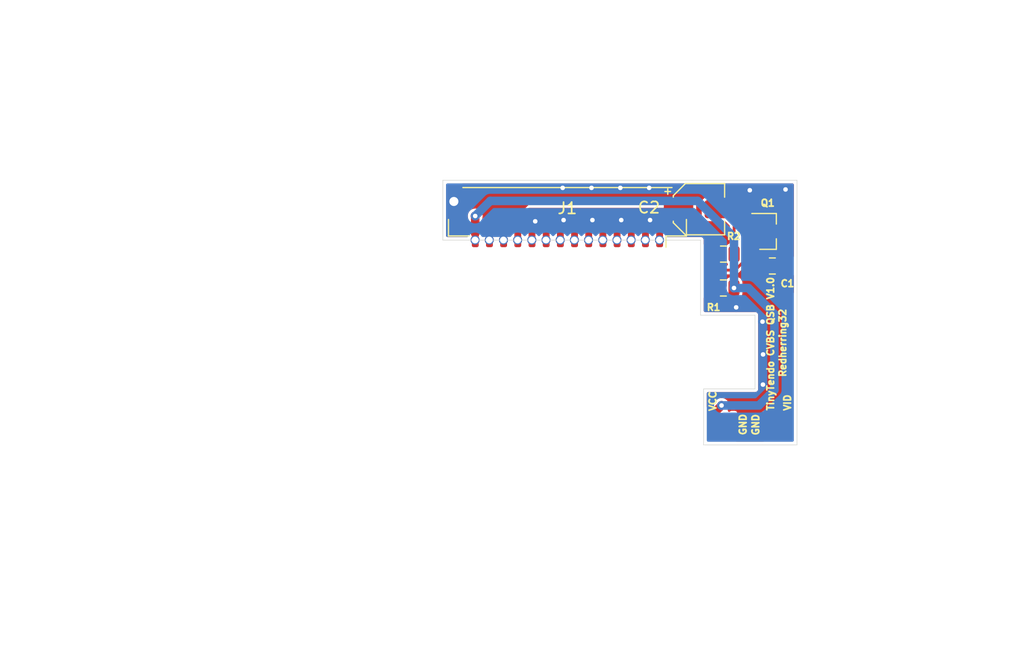
<source format=kicad_pcb>
(kicad_pcb (version 20171130) (host pcbnew "(5.1.10)-1")

  (general
    (thickness 0.6)
    (drawings 15)
    (tracks 79)
    (zones 0)
    (modules 10)
    (nets 17)
  )

  (page A4)
  (layers
    (0 F.Cu signal)
    (31 B.Cu signal)
    (32 B.Adhes user)
    (33 F.Adhes user)
    (34 B.Paste user)
    (35 F.Paste user)
    (36 B.SilkS user)
    (37 F.SilkS user)
    (38 B.Mask user)
    (39 F.Mask user)
    (40 Dwgs.User user)
    (41 Cmts.User user)
    (42 Eco1.User user)
    (43 Eco2.User user)
    (44 Edge.Cuts user)
    (45 Margin user)
    (46 B.CrtYd user)
    (47 F.CrtYd user)
    (48 B.Fab user)
    (49 F.Fab user hide)
  )

  (setup
    (last_trace_width 0.25)
    (user_trace_width 0.75)
    (trace_clearance 0.2)
    (zone_clearance 0.254)
    (zone_45_only no)
    (trace_min 0.2)
    (via_size 0.8)
    (via_drill 0.4)
    (via_min_size 0.4)
    (via_min_drill 0.3)
    (uvia_size 0.3)
    (uvia_drill 0.1)
    (uvias_allowed no)
    (uvia_min_size 0.2)
    (uvia_min_drill 0.1)
    (edge_width 0.05)
    (segment_width 0.2)
    (pcb_text_width 0.3)
    (pcb_text_size 1.5 1.5)
    (mod_edge_width 0.12)
    (mod_text_size 1 1)
    (mod_text_width 0.15)
    (pad_size 1 2.7)
    (pad_drill 0)
    (pad_to_mask_clearance 0)
    (aux_axis_origin 0 0)
    (visible_elements 7FFFFFFF)
    (pcbplotparams
      (layerselection 0x010fc_ffffffff)
      (usegerberextensions false)
      (usegerberattributes false)
      (usegerberadvancedattributes false)
      (creategerberjobfile false)
      (excludeedgelayer true)
      (linewidth 0.100000)
      (plotframeref false)
      (viasonmask false)
      (mode 1)
      (useauxorigin false)
      (hpglpennumber 1)
      (hpglpenspeed 20)
      (hpglpendiameter 15.000000)
      (psnegative false)
      (psa4output false)
      (plotreference true)
      (plotvalue true)
      (plotinvisibletext false)
      (padsonsilk false)
      (subtractmaskfromsilk false)
      (outputformat 1)
      (mirror false)
      (drillshape 0)
      (scaleselection 1)
      (outputdirectory "../Gerbers/CompositeAmp"))
  )

  (net 0 "")
  (net 1 /GND)
  (net 2 /5V)
  (net 3 /VIDEO-IN)
  (net 4 "Net-(J1-Pad10)")
  (net 5 "Net-(J1-Pad9)")
  (net 6 "Net-(J1-Pad8)")
  (net 7 "Net-(J1-Pad7)")
  (net 8 "Net-(J1-Pad6)")
  (net 9 "Net-(J1-Pad5)")
  (net 10 /VIDEO-OUT)
  (net 11 "Net-(J1-Pad4)")
  (net 12 "Net-(J1-Pad3)")
  (net 13 "Net-(J1-Pad2)")
  (net 14 "Net-(J1-Pad1)")
  (net 15 "Net-(C2-Pad2)")
  (net 16 "Net-(Q1-Pad3)")

  (net_class Default "This is the default net class."
    (clearance 0.2)
    (trace_width 0.25)
    (via_dia 0.8)
    (via_drill 0.4)
    (uvia_dia 0.3)
    (uvia_drill 0.1)
    (add_net /5V)
    (add_net /GND)
    (add_net /VIDEO-IN)
    (add_net /VIDEO-OUT)
    (add_net "Net-(C2-Pad2)")
    (add_net "Net-(J1-Pad1)")
    (add_net "Net-(J1-Pad10)")
    (add_net "Net-(J1-Pad2)")
    (add_net "Net-(J1-Pad3)")
    (add_net "Net-(J1-Pad4)")
    (add_net "Net-(J1-Pad5)")
    (add_net "Net-(J1-Pad6)")
    (add_net "Net-(J1-Pad7)")
    (add_net "Net-(J1-Pad8)")
    (add_net "Net-(J1-Pad9)")
    (add_net "Net-(Q1-Pad3)")
  )

  (module Capacitor_SMD:CP_Elec_4x4.5 (layer F.Cu) (tedit 5BCA39CF) (tstamp 6275D37F)
    (at 79.19 65.78)
    (descr "SMD capacitor, aluminum electrolytic, Nichicon, 4.0x4.5mm")
    (tags "capacitor electrolytic")
    (path /6021CE25)
    (attr smd)
    (fp_text reference C2 (at -4.41 -0.14) (layer F.SilkS)
      (effects (font (size 1 1) (thickness 0.15)))
    )
    (fp_text value 100uF (at 0 3.2) (layer F.Fab)
      (effects (font (size 1 1) (thickness 0.15)))
    )
    (fp_text user %R (at 0 0) (layer F.Fab)
      (effects (font (size 0.8 0.8) (thickness 0.12)))
    )
    (fp_circle (center 0 0) (end 2 0) (layer F.Fab) (width 0.1))
    (fp_line (start 2.15 -2.15) (end 2.15 2.15) (layer F.Fab) (width 0.1))
    (fp_line (start -1.15 -2.15) (end 2.15 -2.15) (layer F.Fab) (width 0.1))
    (fp_line (start -1.15 2.15) (end 2.15 2.15) (layer F.Fab) (width 0.1))
    (fp_line (start -2.15 -1.15) (end -2.15 1.15) (layer F.Fab) (width 0.1))
    (fp_line (start -2.15 -1.15) (end -1.15 -2.15) (layer F.Fab) (width 0.1))
    (fp_line (start -2.15 1.15) (end -1.15 2.15) (layer F.Fab) (width 0.1))
    (fp_line (start -1.574773 -1) (end -1.174773 -1) (layer F.Fab) (width 0.1))
    (fp_line (start -1.374773 -1.2) (end -1.374773 -0.8) (layer F.Fab) (width 0.1))
    (fp_line (start 2.26 2.26) (end 2.26 1.06) (layer F.SilkS) (width 0.12))
    (fp_line (start 2.26 -2.26) (end 2.26 -1.06) (layer F.SilkS) (width 0.12))
    (fp_line (start -1.195563 -2.26) (end 2.26 -2.26) (layer F.SilkS) (width 0.12))
    (fp_line (start -1.195563 2.26) (end 2.26 2.26) (layer F.SilkS) (width 0.12))
    (fp_line (start -2.26 1.195563) (end -2.26 1.06) (layer F.SilkS) (width 0.12))
    (fp_line (start -2.26 -1.195563) (end -2.26 -1.06) (layer F.SilkS) (width 0.12))
    (fp_line (start -2.26 -1.195563) (end -1.195563 -2.26) (layer F.SilkS) (width 0.12))
    (fp_line (start -2.26 1.195563) (end -1.195563 2.26) (layer F.SilkS) (width 0.12))
    (fp_line (start -3 -1.56) (end -2.5 -1.56) (layer F.SilkS) (width 0.12))
    (fp_line (start -2.75 -1.81) (end -2.75 -1.31) (layer F.SilkS) (width 0.12))
    (fp_line (start 2.4 -2.4) (end 2.4 -1.05) (layer F.CrtYd) (width 0.05))
    (fp_line (start 2.4 -1.05) (end 3.35 -1.05) (layer F.CrtYd) (width 0.05))
    (fp_line (start 3.35 -1.05) (end 3.35 1.05) (layer F.CrtYd) (width 0.05))
    (fp_line (start 3.35 1.05) (end 2.4 1.05) (layer F.CrtYd) (width 0.05))
    (fp_line (start 2.4 1.05) (end 2.4 2.4) (layer F.CrtYd) (width 0.05))
    (fp_line (start -1.25 2.4) (end 2.4 2.4) (layer F.CrtYd) (width 0.05))
    (fp_line (start -1.25 -2.4) (end 2.4 -2.4) (layer F.CrtYd) (width 0.05))
    (fp_line (start -2.4 1.25) (end -1.25 2.4) (layer F.CrtYd) (width 0.05))
    (fp_line (start -2.4 -1.25) (end -1.25 -2.4) (layer F.CrtYd) (width 0.05))
    (fp_line (start -2.4 -1.25) (end -2.4 -1.05) (layer F.CrtYd) (width 0.05))
    (fp_line (start -2.4 1.05) (end -2.4 1.25) (layer F.CrtYd) (width 0.05))
    (fp_line (start -2.4 -1.05) (end -3.35 -1.05) (layer F.CrtYd) (width 0.05))
    (fp_line (start -3.35 -1.05) (end -3.35 1.05) (layer F.CrtYd) (width 0.05))
    (fp_line (start -3.35 1.05) (end -2.4 1.05) (layer F.CrtYd) (width 0.05))
    (pad 2 smd roundrect (at 1.8 0) (size 2.6 1.6) (layers F.Cu F.Paste F.Mask) (roundrect_rratio 0.15625)
      (net 15 "Net-(C2-Pad2)"))
    (pad 1 smd roundrect (at -1.8 0) (size 2.6 1.6) (layers F.Cu F.Paste F.Mask) (roundrect_rratio 0.15625)
      (net 10 /VIDEO-OUT))
    (model ${KISYS3DMOD}/Capacitor_SMD.3dshapes/CP_Elec_4x4.5.wrl
      (at (xyz 0 0 0))
      (scale (xyz 1 1 1))
      (rotate (xyz 0 0 0))
    )
  )

  (module Connector_JST:JST_GH_SM14B-GHS-TB_1x14-1MP_P1.25mm_Horizontal (layer F.Cu) (tedit 62757B29) (tstamp 6142A7BD)
    (at 67.6 66.43 180)
    (descr "JST GH series connector, SM14B-GHS-TB (http://www.jst-mfg.com/product/pdf/eng/eGH.pdf), generated with kicad-footprint-generator")
    (tags "connector JST GH top entry")
    (path /614475F0)
    (attr smd)
    (fp_text reference J1 (at 0.01 0.73 180) (layer F.SilkS)
      (effects (font (size 1 1) (thickness 0.15)))
    )
    (fp_text value Conn_01x14_Female (at 0 3.9 180) (layer F.Fab)
      (effects (font (size 1 1) (thickness 0.15)))
    )
    (fp_line (start -8.125 -0.892893) (end -7.625 -1.6) (layer F.Fab) (width 0.1))
    (fp_line (start -8.625 -1.6) (end -8.125 -0.892893) (layer F.Fab) (width 0.1))
    (fp_line (start 10.98 -3.2) (end -10.98 -3.2) (layer F.CrtYd) (width 0.05))
    (fp_line (start 10.98 3.2) (end 10.98 -3.2) (layer F.CrtYd) (width 0.05))
    (fp_line (start -10.98 3.2) (end 10.98 3.2) (layer F.CrtYd) (width 0.05))
    (fp_line (start -10.98 -3.2) (end -10.98 3.2) (layer F.CrtYd) (width 0.05))
    (fp_line (start 10.375 -1.6) (end 10.375 2.45) (layer F.Fab) (width 0.1))
    (fp_line (start -10.375 -1.6) (end -10.375 2.45) (layer F.Fab) (width 0.1))
    (fp_line (start -10.375 2.45) (end 10.375 2.45) (layer F.Fab) (width 0.1))
    (fp_line (start -9.215 2.56) (end 9.215 2.56) (layer F.SilkS) (width 0.12))
    (fp_line (start 10.485 -1.71) (end 8.685 -1.71) (layer F.SilkS) (width 0.12))
    (fp_line (start 10.485 -0.26) (end 10.485 -1.71) (layer F.SilkS) (width 0.12))
    (fp_line (start -8.685 -1.71) (end -8.685 -2.7) (layer F.SilkS) (width 0.12))
    (fp_line (start -10.485 -1.71) (end -8.685 -1.71) (layer F.SilkS) (width 0.12))
    (fp_line (start -10.485 -0.26) (end -10.485 -1.71) (layer F.SilkS) (width 0.12))
    (fp_line (start -10.375 -1.6) (end 10.375 -1.6) (layer F.Fab) (width 0.1))
    (fp_text user %R (at 0 0 180) (layer F.Fab)
      (effects (font (size 1 1) (thickness 0.15)))
    )
    (pad MP smd roundrect (at 9.975 1.35 180) (size 1 2.7) (layers F.Cu F.Paste F.Mask) (roundrect_rratio 0.25))
    (pad 14 smd roundrect (at 8.125 -1.85 180) (size 0.6 1.7) (layers F.Cu F.Paste F.Mask) (roundrect_rratio 0.25)
      (net 2 /5V))
    (pad 13 smd roundrect (at 6.875 -1.85 180) (size 0.6 1.7) (layers F.Cu F.Paste F.Mask) (roundrect_rratio 0.25)
      (net 1 /GND))
    (pad 12 smd roundrect (at 5.625 -1.85 180) (size 0.6 1.7) (layers F.Cu F.Paste F.Mask) (roundrect_rratio 0.25)
      (net 1 /GND))
    (pad 11 smd roundrect (at 4.375 -1.85 180) (size 0.6 1.7) (layers F.Cu F.Paste F.Mask) (roundrect_rratio 0.25)
      (net 10 /VIDEO-OUT))
    (pad 10 smd roundrect (at 3.125 -1.85 180) (size 0.6 1.7) (layers F.Cu F.Paste F.Mask) (roundrect_rratio 0.25)
      (net 4 "Net-(J1-Pad10)"))
    (pad 9 smd roundrect (at 1.875 -1.85 180) (size 0.6 1.7) (layers F.Cu F.Paste F.Mask) (roundrect_rratio 0.25)
      (net 5 "Net-(J1-Pad9)"))
    (pad 8 smd roundrect (at 0.625 -1.85 180) (size 0.6 1.7) (layers F.Cu F.Paste F.Mask) (roundrect_rratio 0.25)
      (net 6 "Net-(J1-Pad8)"))
    (pad 7 smd roundrect (at -0.625 -1.85 180) (size 0.6 1.7) (layers F.Cu F.Paste F.Mask) (roundrect_rratio 0.25)
      (net 7 "Net-(J1-Pad7)"))
    (pad 6 smd roundrect (at -1.875 -1.85 180) (size 0.6 1.7) (layers F.Cu F.Paste F.Mask) (roundrect_rratio 0.25)
      (net 8 "Net-(J1-Pad6)"))
    (pad 5 smd roundrect (at -3.125 -1.85 180) (size 0.6 1.7) (layers F.Cu F.Paste F.Mask) (roundrect_rratio 0.25)
      (net 9 "Net-(J1-Pad5)"))
    (pad 4 smd roundrect (at -4.375 -1.85 180) (size 0.6 1.7) (layers F.Cu F.Paste F.Mask) (roundrect_rratio 0.25)
      (net 11 "Net-(J1-Pad4)"))
    (pad 3 smd roundrect (at -5.625 -1.85 180) (size 0.6 1.7) (layers F.Cu F.Paste F.Mask) (roundrect_rratio 0.25)
      (net 12 "Net-(J1-Pad3)"))
    (pad 2 smd roundrect (at -6.875 -1.85 180) (size 0.6 1.7) (layers F.Cu F.Paste F.Mask) (roundrect_rratio 0.25)
      (net 13 "Net-(J1-Pad2)"))
    (pad 1 smd roundrect (at -8.125 -1.85 180) (size 0.6 1.7) (layers F.Cu F.Paste F.Mask) (roundrect_rratio 0.25)
      (net 14 "Net-(J1-Pad1)"))
  )

  (module Package_TO_SOT_SMD:SOT-23 (layer F.Cu) (tedit 5A02FF57) (tstamp 6275CAF8)
    (at 85.25 67.74)
    (descr "SOT-23, Standard")
    (tags SOT-23)
    (path /627580CD)
    (attr smd)
    (fp_text reference Q1 (at 0 -2.5) (layer F.SilkS)
      (effects (font (size 0.6 0.6) (thickness 0.15)))
    )
    (fp_text value MMBT3906 (at 0 2.5) (layer F.Fab)
      (effects (font (size 1 1) (thickness 0.15)))
    )
    (fp_text user %R (at 0 0 90) (layer F.Fab)
      (effects (font (size 0.5 0.5) (thickness 0.075)))
    )
    (fp_line (start -0.7 -0.95) (end -0.7 1.5) (layer F.Fab) (width 0.1))
    (fp_line (start -0.15 -1.52) (end 0.7 -1.52) (layer F.Fab) (width 0.1))
    (fp_line (start -0.7 -0.95) (end -0.15 -1.52) (layer F.Fab) (width 0.1))
    (fp_line (start 0.7 -1.52) (end 0.7 1.52) (layer F.Fab) (width 0.1))
    (fp_line (start -0.7 1.52) (end 0.7 1.52) (layer F.Fab) (width 0.1))
    (fp_line (start 0.76 1.58) (end 0.76 0.65) (layer F.SilkS) (width 0.12))
    (fp_line (start 0.76 -1.58) (end 0.76 -0.65) (layer F.SilkS) (width 0.12))
    (fp_line (start -1.7 -1.75) (end 1.7 -1.75) (layer F.CrtYd) (width 0.05))
    (fp_line (start 1.7 -1.75) (end 1.7 1.75) (layer F.CrtYd) (width 0.05))
    (fp_line (start 1.7 1.75) (end -1.7 1.75) (layer F.CrtYd) (width 0.05))
    (fp_line (start -1.7 1.75) (end -1.7 -1.75) (layer F.CrtYd) (width 0.05))
    (fp_line (start 0.76 -1.58) (end -1.4 -1.58) (layer F.SilkS) (width 0.12))
    (fp_line (start 0.76 1.58) (end -0.7 1.58) (layer F.SilkS) (width 0.12))
    (pad 3 smd rect (at 1 0) (size 0.9 0.8) (layers F.Cu F.Paste F.Mask)
      (net 16 "Net-(Q1-Pad3)"))
    (pad 2 smd rect (at -1 0.95) (size 0.9 0.8) (layers F.Cu F.Paste F.Mask)
      (net 1 /GND))
    (pad 1 smd rect (at -1 -0.95) (size 0.9 0.8) (layers F.Cu F.Paste F.Mask)
      (net 3 /VIDEO-IN))
    (model ${KISYS3DMOD}/Package_TO_SOT_SMD.3dshapes/SOT-23.wrl
      (at (xyz 0 0 0))
      (scale (xyz 1 1 1))
      (rotate (xyz 0 0 0))
    )
  )

  (module TinyTendo:SolderPad (layer F.Cu) (tedit 604C5499) (tstamp 6142AD00)
    (at 85.48 84.8 180)
    (path /6142B86A)
    (fp_text reference GND (at 1.29 0.01 90) (layer F.SilkS)
      (effects (font (size 0.6 0.6) (thickness 0.15)))
    )
    (fp_text value TestPoint (at 0 -0.5) (layer F.Fab)
      (effects (font (size 1 1) (thickness 0.15)))
    )
    (pad 1 smd rect (at 0 0 180) (size 1 2) (layers F.Cu F.Paste F.Mask)
      (net 1 /GND))
  )

  (module TinyTendo:SolderPad (layer F.Cu) (tedit 604C5499) (tstamp 6142ACFB)
    (at 86.89 84.79 180)
    (path /61444DBD)
    (fp_text reference VID (at -0.1 1.95 90) (layer F.SilkS)
      (effects (font (size 0.6 0.6) (thickness 0.15)))
    )
    (fp_text value TestPoint (at 0 -0.5) (layer F.Fab)
      (effects (font (size 1 1) (thickness 0.15)))
    )
    (pad 1 smd rect (at 0 0 180) (size 1 2) (layers F.Cu F.Paste F.Mask)
      (net 3 /VIDEO-IN))
  )

  (module TinyTendo:SolderPad (layer F.Cu) (tedit 604C5499) (tstamp 6142ACF6)
    (at 81.83 84.82 180)
    (path /6144479E)
    (fp_text reference GND (at -1.24 0.05 90) (layer F.SilkS)
      (effects (font (size 0.6 0.6) (thickness 0.15)))
    )
    (fp_text value TestPoint (at 0 -0.5) (layer F.Fab)
      (effects (font (size 1 1) (thickness 0.15)))
    )
    (pad 1 smd rect (at 0 0 180) (size 1 2) (layers F.Cu F.Paste F.Mask)
      (net 1 /GND))
  )

  (module TinyTendo:SolderPad (layer F.Cu) (tedit 604C5499) (tstamp 6142ACF1)
    (at 80.41 84.83 180)
    (path /61444261)
    (fp_text reference VCC (at 0 2.12 90) (layer F.SilkS)
      (effects (font (size 0.6 0.6) (thickness 0.15)))
    )
    (fp_text value TestPoint (at 0 -0.5) (layer F.Fab)
      (effects (font (size 1 1) (thickness 0.15)))
    )
    (pad 1 smd rect (at 0 0 180) (size 1 2) (layers F.Cu F.Paste F.Mask)
      (net 2 /5V))
  )

  (module Resistor_SMD:R_0805_2012Metric (layer F.Cu) (tedit 5B36C52B) (tstamp 6142A299)
    (at 81.35 69.74 180)
    (descr "Resistor SMD 0805 (2012 Metric), square (rectangular) end terminal, IPC_7351 nominal, (Body size source: https://docs.google.com/spreadsheets/d/1BsfQQcO9C6DZCsRaXUlFlo91Tg2WpOkGARC1WS5S8t0/edit?usp=sharing), generated with kicad-footprint-generator")
    (tags resistor)
    (path /6021FB84)
    (attr smd)
    (fp_text reference R2 (at -0.91 1.57) (layer F.SilkS)
      (effects (font (size 0.6 0.6) (thickness 0.15)))
    )
    (fp_text value 110R (at 0 1.65) (layer F.Fab)
      (effects (font (size 1 1) (thickness 0.15)))
    )
    (fp_line (start 1.68 0.95) (end -1.68 0.95) (layer F.CrtYd) (width 0.05))
    (fp_line (start 1.68 -0.95) (end 1.68 0.95) (layer F.CrtYd) (width 0.05))
    (fp_line (start -1.68 -0.95) (end 1.68 -0.95) (layer F.CrtYd) (width 0.05))
    (fp_line (start -1.68 0.95) (end -1.68 -0.95) (layer F.CrtYd) (width 0.05))
    (fp_line (start -0.258578 0.71) (end 0.258578 0.71) (layer F.SilkS) (width 0.12))
    (fp_line (start -0.258578 -0.71) (end 0.258578 -0.71) (layer F.SilkS) (width 0.12))
    (fp_line (start 1 0.6) (end -1 0.6) (layer F.Fab) (width 0.1))
    (fp_line (start 1 -0.6) (end 1 0.6) (layer F.Fab) (width 0.1))
    (fp_line (start -1 -0.6) (end 1 -0.6) (layer F.Fab) (width 0.1))
    (fp_line (start -1 0.6) (end -1 -0.6) (layer F.Fab) (width 0.1))
    (fp_text user %R (at 0 0) (layer F.Fab)
      (effects (font (size 0.5 0.5) (thickness 0.08)))
    )
    (pad 2 smd roundrect (at 0.9375 0 180) (size 0.975 1.4) (layers F.Cu F.Paste F.Mask) (roundrect_rratio 0.25)
      (net 16 "Net-(Q1-Pad3)"))
    (pad 1 smd roundrect (at -0.9375 0 180) (size 0.975 1.4) (layers F.Cu F.Paste F.Mask) (roundrect_rratio 0.25)
      (net 15 "Net-(C2-Pad2)"))
    (model ${KISYS3DMOD}/Resistor_SMD.3dshapes/R_0805_2012Metric.wrl
      (at (xyz 0 0 0))
      (scale (xyz 1 1 1))
      (rotate (xyz 0 0 0))
    )
  )

  (module Resistor_SMD:R_0805_2012Metric (layer F.Cu) (tedit 5B36C52B) (tstamp 6142A288)
    (at 81.34 72.73 180)
    (descr "Resistor SMD 0805 (2012 Metric), square (rectangular) end terminal, IPC_7351 nominal, (Body size source: https://docs.google.com/spreadsheets/d/1BsfQQcO9C6DZCsRaXUlFlo91Tg2WpOkGARC1WS5S8t0/edit?usp=sharing), generated with kicad-footprint-generator")
    (tags resistor)
    (path /60224C90)
    (attr smd)
    (fp_text reference R1 (at 0.8575 -1.71) (layer F.SilkS)
      (effects (font (size 0.6 0.6) (thickness 0.15)))
    )
    (fp_text value 300R (at 0 1.65) (layer F.Fab)
      (effects (font (size 1 1) (thickness 0.15)))
    )
    (fp_line (start 1.68 0.95) (end -1.68 0.95) (layer F.CrtYd) (width 0.05))
    (fp_line (start 1.68 -0.95) (end 1.68 0.95) (layer F.CrtYd) (width 0.05))
    (fp_line (start -1.68 -0.95) (end 1.68 -0.95) (layer F.CrtYd) (width 0.05))
    (fp_line (start -1.68 0.95) (end -1.68 -0.95) (layer F.CrtYd) (width 0.05))
    (fp_line (start -0.258578 0.71) (end 0.258578 0.71) (layer F.SilkS) (width 0.12))
    (fp_line (start -0.258578 -0.71) (end 0.258578 -0.71) (layer F.SilkS) (width 0.12))
    (fp_line (start 1 0.6) (end -1 0.6) (layer F.Fab) (width 0.1))
    (fp_line (start 1 -0.6) (end 1 0.6) (layer F.Fab) (width 0.1))
    (fp_line (start -1 -0.6) (end 1 -0.6) (layer F.Fab) (width 0.1))
    (fp_line (start -1 0.6) (end -1 -0.6) (layer F.Fab) (width 0.1))
    (fp_text user %R (at 0 0) (layer F.Fab)
      (effects (font (size 0.5 0.5) (thickness 0.08)))
    )
    (pad 2 smd roundrect (at 0.9375 0 180) (size 0.975 1.4) (layers F.Cu F.Paste F.Mask) (roundrect_rratio 0.25)
      (net 16 "Net-(Q1-Pad3)"))
    (pad 1 smd roundrect (at -0.9375 0 180) (size 0.975 1.4) (layers F.Cu F.Paste F.Mask) (roundrect_rratio 0.25)
      (net 2 /5V))
    (model ${KISYS3DMOD}/Resistor_SMD.3dshapes/R_0805_2012Metric.wrl
      (at (xyz 0 0 0))
      (scale (xyz 1 1 1))
      (rotate (xyz 0 0 0))
    )
  )

  (module Capacitor_SMD:C_0805_2012Metric (layer F.Cu) (tedit 5B36C52B) (tstamp 6142A21B)
    (at 85.66 70.79)
    (descr "Capacitor SMD 0805 (2012 Metric), square (rectangular) end terminal, IPC_7351 nominal, (Body size source: https://docs.google.com/spreadsheets/d/1BsfQQcO9C6DZCsRaXUlFlo91Tg2WpOkGARC1WS5S8t0/edit?usp=sharing), generated with kicad-footprint-generator")
    (tags capacitor)
    (path /60214EBB)
    (attr smd)
    (fp_text reference C1 (at 1.33 1.55 180) (layer F.SilkS)
      (effects (font (size 0.6 0.6) (thickness 0.15)))
    )
    (fp_text value 22uF (at 0 1.65) (layer F.Fab)
      (effects (font (size 1 1) (thickness 0.15)))
    )
    (fp_line (start 1.68 0.95) (end -1.68 0.95) (layer F.CrtYd) (width 0.05))
    (fp_line (start 1.68 -0.95) (end 1.68 0.95) (layer F.CrtYd) (width 0.05))
    (fp_line (start -1.68 -0.95) (end 1.68 -0.95) (layer F.CrtYd) (width 0.05))
    (fp_line (start -1.68 0.95) (end -1.68 -0.95) (layer F.CrtYd) (width 0.05))
    (fp_line (start -0.258578 0.71) (end 0.258578 0.71) (layer F.SilkS) (width 0.12))
    (fp_line (start -0.258578 -0.71) (end 0.258578 -0.71) (layer F.SilkS) (width 0.12))
    (fp_line (start 1 0.6) (end -1 0.6) (layer F.Fab) (width 0.1))
    (fp_line (start 1 -0.6) (end 1 0.6) (layer F.Fab) (width 0.1))
    (fp_line (start -1 -0.6) (end 1 -0.6) (layer F.Fab) (width 0.1))
    (fp_line (start -1 0.6) (end -1 -0.6) (layer F.Fab) (width 0.1))
    (fp_text user %R (at 0 0) (layer F.Fab)
      (effects (font (size 0.5 0.5) (thickness 0.08)))
    )
    (pad 2 smd roundrect (at 0.9375 0) (size 0.975 1.4) (layers F.Cu F.Paste F.Mask) (roundrect_rratio 0.25)
      (net 1 /GND))
    (pad 1 smd roundrect (at -0.9375 0) (size 0.975 1.4) (layers F.Cu F.Paste F.Mask) (roundrect_rratio 0.25)
      (net 3 /VIDEO-IN))
    (model ${KISYS3DMOD}/Capacitor_SMD.3dshapes/C_0805_2012Metric.wrl
      (at (xyz 0 0 0))
      (scale (xyz 1 1 1))
      (rotate (xyz 0 0 0))
    )
  )

  (gr_text Redherring32 (at 86.57 77.57 90) (layer F.SilkS)
    (effects (font (size 0.6 0.6) (thickness 0.15)))
  )
  (gr_text "TinyTendo CVBS QSB V1.0\n" (at 85.5 77.65 90) (layer F.SilkS)
    (effects (font (size 0.6 0.6) (thickness 0.15)))
  )
  (gr_line (start 79.6 86.57) (end 87.83 86.57) (layer Edge.Cuts) (width 0.05))
  (gr_line (start 84.13 81.63) (end 79.6 81.63) (layer Edge.Cuts) (width 0.05))
  (gr_line (start 79.6 81.63) (end 79.6 86.57) (layer Edge.Cuts) (width 0.05))
  (gr_line (start 87.83 63.23) (end 87.83 86.57) (layer Edge.Cuts) (width 0.05))
  (gr_line (start 84.13 75.13) (end 84.13 81.63) (layer Edge.Cuts) (width 0.05))
  (gr_poly (pts (xy 76.17 69.57) (xy 76.05 68.14) (xy 58.91 68.15) (xy 58.96 69.49)) (layer B.Mask) (width 0.1) (tstamp 6142F86A))
  (gr_poly (pts (xy 58.96 69.61) (xy 58.97 67.51) (xy 76.17 67.56) (xy 76.17 69.53)) (layer F.Mask) (width 0.1))
  (gr_line (start 79.33 75.13) (end 84.13 75.13) (layer Edge.Cuts) (width 0.05))
  (gr_line (start 79.33 68.51) (end 79.33 75.13) (layer Edge.Cuts) (width 0.05))
  (gr_line (start 56.62 68.51) (end 79.33 68.51) (layer Edge.Cuts) (width 0.05))
  (gr_line (start 56.62 63.23) (end 56.62 68.51) (layer Edge.Cuts) (width 0.05))
  (gr_line (start 78.58 63.23) (end 56.62 63.23) (layer Edge.Cuts) (width 0.05))
  (gr_line (start 78.58 63.23) (end 87.83 63.23) (layer Edge.Cuts) (width 0.05))

  (via (at 57.59 65.1) (size 1) (drill 0.8) (layers F.Cu B.Cu) (net 1))
  (via (at 60.71 68.5) (size 0.8) (drill 0.6) (layers F.Cu B.Cu) (net 1) (tstamp 6142D2C2))
  (via (at 61.96 68.5) (size 0.8) (drill 0.6) (layers F.Cu B.Cu) (net 1) (tstamp 6142D2C4))
  (via (at 67.18 63.9) (size 0.8) (drill 0.4) (layers F.Cu B.Cu) (net 1) (tstamp 6142E8E8))
  (via (at 69.72 63.9) (size 0.8) (drill 0.4) (layers F.Cu B.Cu) (net 1) (tstamp 6142E924))
  (via (at 69.8 66.74) (size 0.8) (drill 0.4) (layers F.Cu B.Cu) (net 1) (tstamp 6142E926))
  (via (at 72.26 63.9) (size 0.8) (drill 0.4) (layers F.Cu B.Cu) (net 1) (tstamp 6142E960))
  (via (at 72.34 66.74) (size 0.8) (drill 0.4) (layers F.Cu B.Cu) (net 1) (tstamp 6142E962))
  (via (at 74.88 66.74) (size 0.8) (drill 0.4) (layers F.Cu B.Cu) (net 1) (tstamp 6142E99E))
  (via (at 67.26 66.74) (size 0.8) (drill 0.4) (layers F.Cu B.Cu) (net 1) (tstamp 6142E8EA))
  (via (at 64.76 66.85) (size 0.8) (drill 0.4) (layers F.Cu B.Cu) (net 1) (tstamp 6142E8AE))
  (via (at 74.8 63.9) (size 0.8) (drill 0.4) (layers F.Cu B.Cu) (net 1) (tstamp 6142E99C))
  (via (at 83.67 64.11) (size 0.8) (drill 0.4) (layers F.Cu B.Cu) (net 1))
  (via (at 86.82 64.04) (size 0.8) (drill 0.4) (layers F.Cu B.Cu) (net 1))
  (via (at 82.47 74.44) (size 0.8) (drill 0.4) (layers F.Cu B.Cu) (net 1))
  (segment (start 61.975 67.42859) (end 61.975 68.15999) (width 0.25) (layer F.Cu) (net 1))
  (segment (start 65.50359 63.9) (end 61.975 67.42859) (width 0.25) (layer F.Cu) (net 1))
  (segment (start 67.18 63.9) (end 65.50359 63.9) (width 0.25) (layer F.Cu) (net 1))
  (segment (start 60.725 66.561998) (end 60.725 68.15999) (width 0.25) (layer F.Cu) (net 1))
  (segment (start 59.263002 65.1) (end 60.725 66.561998) (width 0.25) (layer F.Cu) (net 1))
  (segment (start 57.59 65.1) (end 59.263002 65.1) (width 0.25) (layer F.Cu) (net 1))
  (via (at 84.79 75.7) (size 0.8) (drill 0.4) (layers F.Cu B.Cu) (net 1))
  (via (at 84.84 78.59) (size 0.8) (drill 0.4) (layers F.Cu B.Cu) (net 1))
  (via (at 84.83 81.25) (size 0.8) (drill 0.4) (layers F.Cu B.Cu) (net 1))
  (via (at 59.46 68.5) (size 0.8) (drill 0.6) (layers F.Cu B.Cu) (net 2))
  (segment (start 59.47 66.945685) (end 59.47 66.38) (width 0.75) (layer F.Cu) (net 2))
  (segment (start 59.475 67.90999) (end 59.47 67.90499) (width 0.75) (layer F.Cu) (net 2))
  (segment (start 59.47 67.90499) (end 59.47 66.945685) (width 0.75) (layer F.Cu) (net 2))
  (via (at 59.47 66.38) (size 0.8) (drill 0.4) (layers F.Cu B.Cu) (net 2))
  (via (at 81.18 83.09) (size 0.8) (drill 0.4) (layers F.Cu B.Cu) (net 2))
  (segment (start 80.41 84.83) (end 80.41 83.86) (width 0.75) (layer F.Cu) (net 2))
  (segment (start 80.41 83.86) (end 81.18 83.09) (width 0.75) (layer F.Cu) (net 2))
  (segment (start 85.84 81.72) (end 84.47 83.09) (width 0.75) (layer B.Cu) (net 2))
  (segment (start 85.84 75.024297) (end 85.84 81.72) (width 0.75) (layer B.Cu) (net 2))
  (segment (start 84.47 83.09) (end 81.18 83.09) (width 0.75) (layer B.Cu) (net 2))
  (via (at 82.2775 72.73) (size 0.8) (drill 0.4) (layers F.Cu B.Cu) (net 2))
  (segment (start 83.545703 72.73) (end 82.2775 72.73) (width 0.75) (layer B.Cu) (net 2))
  (segment (start 85.84 75.024297) (end 83.545703 72.73) (width 0.75) (layer B.Cu) (net 2))
  (segment (start 60.8 65.05) (end 59.47 66.38) (width 0.75) (layer B.Cu) (net 2))
  (segment (start 79.07 65.05) (end 60.8 65.05) (width 0.75) (layer B.Cu) (net 2))
  (segment (start 82.2775 68.2575) (end 79.07 65.05) (width 0.75) (layer B.Cu) (net 2))
  (segment (start 82.2775 72.73) (end 82.2775 68.2575) (width 0.75) (layer B.Cu) (net 2))
  (segment (start 84.7225 71.1225) (end 84.7225 70.79) (width 0.25) (layer F.Cu) (net 3))
  (segment (start 87.1 73.5) (end 84.7225 71.1225) (width 0.25) (layer F.Cu) (net 3))
  (segment (start 87.1 84.58) (end 87.1 73.5) (width 0.25) (layer F.Cu) (net 3))
  (segment (start 86.89 84.79) (end 87.1 84.58) (width 0.25) (layer F.Cu) (net 3))
  (segment (start 85.208027 67.748027) (end 84.25 66.79) (width 0.25) (layer F.Cu) (net 3))
  (segment (start 85.208027 70.304473) (end 85.208027 67.748027) (width 0.25) (layer F.Cu) (net 3))
  (segment (start 84.7225 70.79) (end 85.208027 70.304473) (width 0.25) (layer F.Cu) (net 3))
  (via (at 64.46 68.5) (size 0.8) (drill 0.6) (layers F.Cu B.Cu) (net 4) (tstamp 6142D2C8))
  (via (at 65.71 68.5) (size 0.8) (drill 0.6) (layers F.Cu B.Cu) (net 5) (tstamp 6142D2CA))
  (via (at 66.96 68.5) (size 0.8) (drill 0.6) (layers F.Cu B.Cu) (net 6) (tstamp 6142D2CC))
  (via (at 68.21 68.5) (size 0.8) (drill 0.6) (layers F.Cu B.Cu) (net 7) (tstamp 6142D2CE))
  (via (at 69.46 68.5) (size 0.8) (drill 0.6) (layers F.Cu B.Cu) (net 8) (tstamp 6142D2D0))
  (via (at 70.71 68.5) (size 0.8) (drill 0.6) (layers F.Cu B.Cu) (net 9) (tstamp 6142D2D2))
  (via (at 63.21 68.5) (size 0.8) (drill 0.6) (layers F.Cu B.Cu) (net 10) (tstamp 6142D2C6))
  (segment (start 63.225 68.15999) (end 63.225 66.815) (width 0.25) (layer F.Cu) (net 10))
  (segment (start 64.26 65.78) (end 63.225 66.815) (width 0.25) (layer F.Cu) (net 10))
  (segment (start 77.39 65.78) (end 64.26 65.78) (width 0.25) (layer F.Cu) (net 10))
  (via (at 71.96 68.5) (size 0.8) (drill 0.6) (layers F.Cu B.Cu) (net 11) (tstamp 6142D2D4))
  (via (at 73.21 68.5) (size 0.8) (drill 0.6) (layers F.Cu B.Cu) (net 12) (tstamp 6142D2D6))
  (via (at 74.46 68.5) (size 0.8) (drill 0.6) (layers F.Cu B.Cu) (net 13) (tstamp 6142D2D8))
  (via (at 75.71 68.5) (size 0.8) (drill 0.6) (layers F.Cu B.Cu) (net 14) (tstamp 6142D2DA))
  (segment (start 82.2875 67.0775) (end 80.99 65.78) (width 0.25) (layer F.Cu) (net 15))
  (segment (start 82.2875 67.0775) (end 82.2875 69.74) (width 0.25) (layer F.Cu) (net 15))
  (segment (start 86.25 67.09) (end 86.25 67.74) (width 0.25) (layer F.Cu) (net 16))
  (segment (start 84.99 65.83) (end 86.25 67.09) (width 0.25) (layer F.Cu) (net 16))
  (segment (start 83.774998 65.83) (end 84.99 65.83) (width 0.25) (layer F.Cu) (net 16))
  (segment (start 83.27 66.334998) (end 83.774998 65.83) (width 0.25) (layer F.Cu) (net 16))
  (segment (start 80.4025 70.7) (end 80.4125 70.69) (width 0.25) (layer F.Cu) (net 16))
  (segment (start 80.4025 69.75) (end 80.4125 69.74) (width 0.25) (layer F.Cu) (net 16))
  (segment (start 80.4025 70.7) (end 80.4025 69.75) (width 0.25) (layer F.Cu) (net 16))
  (segment (start 82.37935 71.1525) (end 83.27 70.26185) (width 0.25) (layer F.Cu) (net 16))
  (segment (start 83.27 70.26185) (end 83.27 68.5) (width 0.25) (layer F.Cu) (net 16))
  (segment (start 80.4025 71.1525) (end 82.37935 71.1525) (width 0.25) (layer F.Cu) (net 16))
  (segment (start 83.27 68.59) (end 83.27 68.5) (width 0.25) (layer F.Cu) (net 16))
  (segment (start 83.27 68.5) (end 83.27 66.334998) (width 0.25) (layer F.Cu) (net 16))
  (segment (start 80.4025 72.73) (end 80.4025 71.1525) (width 0.25) (layer F.Cu) (net 16))
  (segment (start 80.4025 71.1525) (end 80.4025 70.7) (width 0.25) (layer F.Cu) (net 16))

  (zone (net 1) (net_name /GND) (layer F.Cu) (tstamp 622297ED) (hatch edge 0.508)
    (connect_pads (clearance 0.254))
    (min_thickness 0.254)
    (fill yes (arc_segments 32) (thermal_gap 0.254) (thermal_bridge_width 0.3))
    (polygon
      (pts
        (xy 24.47 51.61) (xy 103.27 51.61) (xy 103.27 95.83) (xy 24.8 95.83)
      )
    )
    (filled_polygon
      (pts
        (xy 83.8 67.572843) (xy 84.317252 67.572843) (xy 84.651833 67.907425) (xy 84.36825 67.909) (xy 84.273 68.00425)
        (xy 84.273 68.667) (xy 84.293 68.667) (xy 84.293 68.713) (xy 84.273 68.713) (xy 84.273 69.37575)
        (xy 84.36825 69.471) (xy 84.7 69.472843) (xy 84.702027 69.472643) (xy 84.702027 69.707157) (xy 84.47875 69.707157)
        (xy 84.356508 69.719197) (xy 84.238963 69.754854) (xy 84.130634 69.812757) (xy 84.035682 69.890682) (xy 83.957757 69.985634)
        (xy 83.899854 70.093963) (xy 83.864197 70.211508) (xy 83.852157 70.33375) (xy 83.852157 71.24625) (xy 83.864197 71.368492)
        (xy 83.899854 71.486037) (xy 83.957757 71.594366) (xy 84.035682 71.689318) (xy 84.130634 71.767243) (xy 84.238963 71.825146)
        (xy 84.356508 71.860803) (xy 84.47875 71.872843) (xy 84.757252 71.872843) (xy 86.594001 73.709593) (xy 86.594 83.407157)
        (xy 86.39 83.407157) (xy 86.315311 83.414513) (xy 86.243492 83.436299) (xy 86.177304 83.471678) (xy 86.175996 83.472751)
        (xy 86.126508 83.446299) (xy 86.054689 83.424513) (xy 85.98 83.417157) (xy 85.59825 83.419) (xy 85.503 83.51425)
        (xy 85.503 84.777) (xy 85.523 84.777) (xy 85.523 84.823) (xy 85.503 84.823) (xy 85.503 84.843)
        (xy 85.457 84.843) (xy 85.457 84.823) (xy 84.69425 84.823) (xy 84.599 84.91825) (xy 84.597157 85.8)
        (xy 84.604513 85.874689) (xy 84.626299 85.946508) (xy 84.661678 86.012696) (xy 84.709289 86.070711) (xy 84.767304 86.118322)
        (xy 84.833492 86.153701) (xy 84.867443 86.164) (xy 82.494657 86.164) (xy 82.542696 86.138322) (xy 82.600711 86.090711)
        (xy 82.648322 86.032696) (xy 82.683701 85.966508) (xy 82.705487 85.894689) (xy 82.712843 85.82) (xy 82.711 84.93825)
        (xy 82.61575 84.843) (xy 81.853 84.843) (xy 81.853 84.863) (xy 81.807 84.863) (xy 81.807 84.843)
        (xy 81.787 84.843) (xy 81.787 84.797) (xy 81.807 84.797) (xy 81.807 84.777) (xy 81.853 84.777)
        (xy 81.853 84.797) (xy 82.61575 84.797) (xy 82.711 84.70175) (xy 82.712843 83.82) (xy 82.710874 83.8)
        (xy 84.597157 83.8) (xy 84.599 84.68175) (xy 84.69425 84.777) (xy 85.457 84.777) (xy 85.457 83.51425)
        (xy 85.36175 83.419) (xy 84.98 83.417157) (xy 84.905311 83.424513) (xy 84.833492 83.446299) (xy 84.767304 83.481678)
        (xy 84.709289 83.529289) (xy 84.661678 83.587304) (xy 84.626299 83.653492) (xy 84.604513 83.725311) (xy 84.597157 83.8)
        (xy 82.710874 83.8) (xy 82.705487 83.745311) (xy 82.683701 83.673492) (xy 82.648322 83.607304) (xy 82.600711 83.549289)
        (xy 82.542696 83.501678) (xy 82.476508 83.466299) (xy 82.404689 83.444513) (xy 82.33 83.437157) (xy 81.94825 83.439)
        (xy 81.853002 83.534248) (xy 81.853002 83.488544) (xy 81.872113 83.459942) (xy 81.930987 83.317809) (xy 81.961 83.166922)
        (xy 81.961 83.013078) (xy 81.930987 82.862191) (xy 81.872113 82.720058) (xy 81.786642 82.592141) (xy 81.677859 82.483358)
        (xy 81.549942 82.397887) (xy 81.407809 82.339013) (xy 81.256922 82.309) (xy 81.103078 82.309) (xy 80.952191 82.339013)
        (xy 80.810058 82.397887) (xy 80.682141 82.483358) (xy 80.573358 82.592141) (xy 80.502163 82.698692) (xy 80.006 83.194856)
        (xy 80.006 82.036) (xy 84.11006 82.036) (xy 84.13 82.037964) (xy 84.20959 82.030125) (xy 84.286121 82.00691)
        (xy 84.356653 81.96921) (xy 84.418474 81.918474) (xy 84.46921 81.856653) (xy 84.50691 81.786121) (xy 84.530125 81.70959)
        (xy 84.536 81.649941) (xy 84.537964 81.63) (xy 84.536 81.610059) (xy 84.536 75.149941) (xy 84.537964 75.13)
        (xy 84.530125 75.05041) (xy 84.50691 74.973879) (xy 84.46921 74.903347) (xy 84.418474 74.841526) (xy 84.356653 74.79079)
        (xy 84.286121 74.75309) (xy 84.20959 74.729875) (xy 84.149941 74.724) (xy 84.14994 74.724) (xy 84.13 74.722036)
        (xy 84.110059 74.724) (xy 79.736 74.724) (xy 79.736 73.645993) (xy 79.810634 73.707243) (xy 79.918963 73.765146)
        (xy 80.036508 73.800803) (xy 80.15875 73.812843) (xy 80.64625 73.812843) (xy 80.768492 73.800803) (xy 80.886037 73.765146)
        (xy 80.994366 73.707243) (xy 81.089318 73.629318) (xy 81.167243 73.534366) (xy 81.225146 73.426037) (xy 81.260803 73.308492)
        (xy 81.272843 73.18625) (xy 81.272843 72.27375) (xy 81.260803 72.151508) (xy 81.225146 72.033963) (xy 81.167243 71.925634)
        (xy 81.089318 71.830682) (xy 80.994366 71.752757) (xy 80.9085 71.706861) (xy 80.9085 71.6585) (xy 81.918585 71.6585)
        (xy 81.911508 71.659197) (xy 81.793963 71.694854) (xy 81.685634 71.752757) (xy 81.590682 71.830682) (xy 81.512757 71.925634)
        (xy 81.454854 72.033963) (xy 81.419197 72.151508) (xy 81.407157 72.27375) (xy 81.407157 73.18625) (xy 81.419197 73.308492)
        (xy 81.454854 73.426037) (xy 81.512757 73.534366) (xy 81.590682 73.629318) (xy 81.685634 73.707243) (xy 81.793963 73.765146)
        (xy 81.911508 73.800803) (xy 82.03375 73.812843) (xy 82.52125 73.812843) (xy 82.643492 73.800803) (xy 82.761037 73.765146)
        (xy 82.869366 73.707243) (xy 82.964318 73.629318) (xy 83.042243 73.534366) (xy 83.100146 73.426037) (xy 83.135803 73.308492)
        (xy 83.147843 73.18625) (xy 83.147843 72.27375) (xy 83.135803 72.151508) (xy 83.100146 72.033963) (xy 83.042243 71.925634)
        (xy 82.964318 71.830682) (xy 82.869366 71.752757) (xy 82.761037 71.694854) (xy 82.643492 71.659197) (xy 82.52125 71.647157)
        (xy 82.491799 71.647157) (xy 82.573925 71.622245) (xy 82.661829 71.575259) (xy 82.738877 71.512027) (xy 82.754726 71.492715)
        (xy 83.61022 70.637222) (xy 83.629527 70.621377) (xy 83.692759 70.544329) (xy 83.739745 70.456425) (xy 83.768678 70.361043)
        (xy 83.768803 70.359779) (xy 83.773249 70.31463) (xy 83.776 70.286704) (xy 83.776 70.286697) (xy 83.778447 70.261851)
        (xy 83.776 70.237005) (xy 83.776 69.470479) (xy 83.8 69.472843) (xy 84.13175 69.471) (xy 84.227 69.37575)
        (xy 84.227 68.713) (xy 84.207 68.713) (xy 84.207 68.667) (xy 84.227 68.667) (xy 84.227 68.00425)
        (xy 84.13175 67.909) (xy 83.8 67.907157) (xy 83.776 67.909521) (xy 83.776 67.570479)
      )
    )
    (filled_polygon
      (pts
        (xy 87.424 69.91599) (xy 87.403322 69.877304) (xy 87.355711 69.819289) (xy 87.297696 69.771678) (xy 87.231508 69.736299)
        (xy 87.159689 69.714513) (xy 87.085 69.707157) (xy 86.71575 69.709) (xy 86.6205 69.80425) (xy 86.6205 70.767)
        (xy 86.6405 70.767) (xy 86.6405 70.813) (xy 86.6205 70.813) (xy 86.6205 71.77575) (xy 86.71575 71.871)
        (xy 87.085 71.872843) (xy 87.159689 71.865487) (xy 87.231508 71.843701) (xy 87.297696 71.808322) (xy 87.355711 71.760711)
        (xy 87.403322 71.702696) (xy 87.424 71.66401) (xy 87.424 73.108408) (xy 86.188045 71.872453) (xy 86.47925 71.871)
        (xy 86.5745 71.77575) (xy 86.5745 70.813) (xy 85.82425 70.813) (xy 85.729 70.90825) (xy 85.727405 71.411813)
        (xy 85.590063 71.274472) (xy 85.592843 71.24625) (xy 85.592843 70.633185) (xy 85.630786 70.586952) (xy 85.677772 70.499048)
        (xy 85.706705 70.403666) (xy 85.714027 70.329327) (xy 85.714027 70.329326) (xy 85.716475 70.304473) (xy 85.714027 70.279619)
        (xy 85.714027 70.09) (xy 85.727157 70.09) (xy 85.729 70.67175) (xy 85.82425 70.767) (xy 86.5745 70.767)
        (xy 86.5745 69.80425) (xy 86.47925 69.709) (xy 86.11 69.707157) (xy 86.035311 69.714513) (xy 85.963492 69.736299)
        (xy 85.897304 69.771678) (xy 85.839289 69.819289) (xy 85.791678 69.877304) (xy 85.756299 69.943492) (xy 85.734513 70.015311)
        (xy 85.727157 70.09) (xy 85.714027 70.09) (xy 85.714027 68.512064) (xy 85.725311 68.515487) (xy 85.8 68.522843)
        (xy 86.7 68.522843) (xy 86.774689 68.515487) (xy 86.846508 68.493701) (xy 86.912696 68.458322) (xy 86.970711 68.410711)
        (xy 87.018322 68.352696) (xy 87.053701 68.286508) (xy 87.075487 68.214689) (xy 87.082843 68.14) (xy 87.082843 67.34)
        (xy 87.075487 67.265311) (xy 87.053701 67.193492) (xy 87.018322 67.127304) (xy 86.970711 67.069289) (xy 86.912696 67.021678)
        (xy 86.846508 66.986299) (xy 86.774689 66.964513) (xy 86.739656 66.961063) (xy 86.719745 66.895425) (xy 86.713064 66.882926)
        (xy 86.672759 66.807521) (xy 86.609527 66.730473) (xy 86.59022 66.714628) (xy 85.365376 65.489785) (xy 85.349527 65.470473)
        (xy 85.272479 65.407241) (xy 85.184575 65.360255) (xy 85.089193 65.331322) (xy 85.014854 65.324) (xy 85.014846 65.324)
        (xy 84.99 65.321553) (xy 84.965154 65.324) (xy 83.799843 65.324) (xy 83.774997 65.321553) (xy 83.750151 65.324)
        (xy 83.750144 65.324) (xy 83.675805 65.331322) (xy 83.580423 65.360255) (xy 83.492519 65.407241) (xy 83.415471 65.470473)
        (xy 83.399626 65.48978) (xy 82.92978 65.959627) (xy 82.910474 65.975471) (xy 82.847242 66.052519) (xy 82.827586 66.089292)
        (xy 82.800255 66.140424) (xy 82.771322 66.235806) (xy 82.761553 66.334998) (xy 82.764001 66.359854) (xy 82.764001 66.905196)
        (xy 82.757245 66.882925) (xy 82.754537 66.877859) (xy 82.710259 66.795021) (xy 82.647027 66.717973) (xy 82.62772 66.702128)
        (xy 82.580468 66.654876) (xy 82.624671 66.572179) (xy 82.660683 66.453462) (xy 82.672843 66.33) (xy 82.672843 65.23)
        (xy 82.660683 65.106538) (xy 82.624671 64.987821) (xy 82.56619 64.878411) (xy 82.487488 64.782512) (xy 82.391589 64.70381)
        (xy 82.282179 64.645329) (xy 82.163462 64.609317) (xy 82.04 64.597157) (xy 79.94 64.597157) (xy 79.816538 64.609317)
        (xy 79.697821 64.645329) (xy 79.588411 64.70381) (xy 79.492512 64.782512) (xy 79.41381 64.878411) (xy 79.355329 64.987821)
        (xy 79.319317 65.106538) (xy 79.307157 65.23) (xy 79.307157 66.33) (xy 79.319317 66.453462) (xy 79.355329 66.572179)
        (xy 79.41381 66.681589) (xy 79.492512 66.777488) (xy 79.588411 66.85619) (xy 79.697821 66.914671) (xy 79.816538 66.950683)
        (xy 79.94 66.962843) (xy 81.457251 66.962843) (xy 81.7815 67.287092) (xy 81.781501 68.71686) (xy 81.695634 68.762757)
        (xy 81.600682 68.840682) (xy 81.522757 68.935634) (xy 81.464854 69.043963) (xy 81.429197 69.161508) (xy 81.417157 69.28375)
        (xy 81.417157 70.19625) (xy 81.429197 70.318492) (xy 81.464854 70.436037) (xy 81.522757 70.544366) (xy 81.600682 70.639318)
        (xy 81.609433 70.6465) (xy 81.090567 70.6465) (xy 81.099318 70.639318) (xy 81.177243 70.544366) (xy 81.235146 70.436037)
        (xy 81.270803 70.318492) (xy 81.282843 70.19625) (xy 81.282843 69.28375) (xy 81.270803 69.161508) (xy 81.235146 69.043963)
        (xy 81.177243 68.935634) (xy 81.099318 68.840682) (xy 81.004366 68.762757) (xy 80.896037 68.704854) (xy 80.778492 68.669197)
        (xy 80.65625 68.657157) (xy 80.16875 68.657157) (xy 80.046508 68.669197) (xy 79.928963 68.704854) (xy 79.820634 68.762757)
        (xy 79.736 68.832214) (xy 79.736 68.529941) (xy 79.737964 68.51) (xy 79.730125 68.43041) (xy 79.70691 68.353879)
        (xy 79.66921 68.283347) (xy 79.618474 68.221526) (xy 79.556653 68.17079) (xy 79.486121 68.13309) (xy 79.40959 68.109875)
        (xy 79.349941 68.104) (xy 79.34994 68.104) (xy 79.33 68.102036) (xy 79.310059 68.104) (xy 76.407843 68.104)
        (xy 76.407843 67.58) (xy 76.397605 67.476047) (xy 76.367283 67.37609) (xy 76.318043 67.283968) (xy 76.251777 67.203223)
        (xy 76.171032 67.136957) (xy 76.07891 67.087717) (xy 75.978953 67.057395) (xy 75.875 67.047157) (xy 75.575 67.047157)
        (xy 75.471047 67.057395) (xy 75.37109 67.087717) (xy 75.278968 67.136957) (xy 75.198223 67.203223) (xy 75.131957 67.283968)
        (xy 75.1 67.343756) (xy 75.068043 67.283968) (xy 75.001777 67.203223) (xy 74.921032 67.136957) (xy 74.82891 67.087717)
        (xy 74.728953 67.057395) (xy 74.625 67.047157) (xy 74.325 67.047157) (xy 74.221047 67.057395) (xy 74.12109 67.087717)
        (xy 74.028968 67.136957) (xy 73.948223 67.203223) (xy 73.881957 67.283968) (xy 73.85 67.343756) (xy 73.818043 67.283968)
        (xy 73.751777 67.203223) (xy 73.671032 67.136957) (xy 73.57891 67.087717) (xy 73.478953 67.057395) (xy 73.375 67.047157)
        (xy 73.075 67.047157) (xy 72.971047 67.057395) (xy 72.87109 67.087717) (xy 72.778968 67.136957) (xy 72.698223 67.203223)
        (xy 72.631957 67.283968) (xy 72.6 67.343756) (xy 72.568043 67.283968) (xy 72.501777 67.203223) (xy 72.421032 67.136957)
        (xy 72.32891 67.087717) (xy 72.228953 67.057395) (xy 72.125 67.047157) (xy 71.825 67.047157) (xy 71.721047 67.057395)
        (xy 71.62109 67.087717) (xy 71.528968 67.136957) (xy 71.448223 67.203223) (xy 71.381957 67.283968) (xy 71.35 67.343756)
        (xy 71.318043 67.283968) (xy 71.251777 67.203223) (xy 71.171032 67.136957) (xy 71.07891 67.087717) (xy 70.978953 67.057395)
        (xy 70.875 67.047157) (xy 70.575 67.047157) (xy 70.471047 67.057395) (xy 70.37109 67.087717) (xy 70.278968 67.136957)
        (xy 70.198223 67.203223) (xy 70.131957 67.283968) (xy 70.1 67.343756) (xy 70.068043 67.283968) (xy 70.001777 67.203223)
        (xy 69.921032 67.136957) (xy 69.82891 67.087717) (xy 69.728953 67.057395) (xy 69.625 67.047157) (xy 69.325 67.047157)
        (xy 69.221047 67.057395) (xy 69.12109 67.087717) (xy 69.028968 67.136957) (xy 68.948223 67.203223) (xy 68.881957 67.283968)
        (xy 68.85 67.343756) (xy 68.818043 67.283968) (xy 68.751777 67.203223) (xy 68.671032 67.136957) (xy 68.57891 67.087717)
        (xy 68.478953 67.057395) (xy 68.375 67.047157) (xy 68.075 67.047157) (xy 67.971047 67.057395) (xy 67.87109 67.087717)
        (xy 67.778968 67.136957) (xy 67.698223 67.203223) (xy 67.631957 67.283968) (xy 67.6 67.343756) (xy 67.568043 67.283968)
        (xy 67.501777 67.203223) (xy 67.421032 67.136957) (xy 67.32891 67.087717) (xy 67.228953 67.057395) (xy 67.125 67.047157)
        (xy 66.825 67.047157) (xy 66.721047 67.057395) (xy 66.62109 67.087717) (xy 66.528968 67.136957) (xy 66.448223 67.203223)
        (xy 66.381957 67.283968) (xy 66.35 67.343756) (xy 66.318043 67.283968) (xy 66.251777 67.203223) (xy 66.171032 67.136957)
        (xy 66.07891 67.087717) (xy 65.978953 67.057395) (xy 65.875 67.047157) (xy 65.575 67.047157) (xy 65.471047 67.057395)
        (xy 65.37109 67.087717) (xy 65.278968 67.136957) (xy 65.198223 67.203223) (xy 65.131957 67.283968) (xy 65.1 67.343756)
        (xy 65.068043 67.283968) (xy 65.001777 67.203223) (xy 64.921032 67.136957) (xy 64.82891 67.087717) (xy 64.728953 67.057395)
        (xy 64.625 67.047157) (xy 64.325 67.047157) (xy 64.221047 67.057395) (xy 64.12109 67.087717) (xy 64.028968 67.136957)
        (xy 63.948223 67.203223) (xy 63.881957 67.283968) (xy 63.85 67.343756) (xy 63.818043 67.283968) (xy 63.751777 67.203223)
        (xy 63.731 67.186172) (xy 63.731 67.024591) (xy 64.469592 66.286) (xy 75.707157 66.286) (xy 75.707157 66.33)
        (xy 75.719317 66.453462) (xy 75.755329 66.572179) (xy 75.81381 66.681589) (xy 75.892512 66.777488) (xy 75.988411 66.85619)
        (xy 76.097821 66.914671) (xy 76.216538 66.950683) (xy 76.34 66.962843) (xy 78.44 66.962843) (xy 78.563462 66.950683)
        (xy 78.682179 66.914671) (xy 78.791589 66.85619) (xy 78.887488 66.777488) (xy 78.96619 66.681589) (xy 79.024671 66.572179)
        (xy 79.060683 66.453462) (xy 79.072843 66.33) (xy 79.072843 65.23) (xy 79.060683 65.106538) (xy 79.024671 64.987821)
        (xy 78.96619 64.878411) (xy 78.887488 64.782512) (xy 78.791589 64.70381) (xy 78.682179 64.645329) (xy 78.563462 64.609317)
        (xy 78.44 64.597157) (xy 76.34 64.597157) (xy 76.216538 64.609317) (xy 76.097821 64.645329) (xy 75.988411 64.70381)
        (xy 75.892512 64.782512) (xy 75.81381 64.878411) (xy 75.755329 64.987821) (xy 75.719317 65.106538) (xy 75.707157 65.23)
        (xy 75.707157 65.274) (xy 64.284845 65.274) (xy 64.259999 65.271553) (xy 64.235153 65.274) (xy 64.235146 65.274)
        (xy 64.160807 65.281322) (xy 64.065425 65.310255) (xy 63.977521 65.357241) (xy 63.900473 65.420473) (xy 63.884628 65.43978)
        (xy 62.88478 66.439629) (xy 62.865474 66.455473) (xy 62.802242 66.532521) (xy 62.782716 66.569052) (xy 62.755255 66.620426)
        (xy 62.726322 66.715808) (xy 62.716553 66.815) (xy 62.719001 66.839856) (xy 62.719001 67.186171) (xy 62.698223 67.203223)
        (xy 62.631957 67.283968) (xy 62.629972 67.287682) (xy 62.628701 67.283492) (xy 62.593322 67.217304) (xy 62.545711 67.159289)
        (xy 62.487696 67.111678) (xy 62.421508 67.076299) (xy 62.349689 67.054513) (xy 62.275 67.047157) (xy 62.09325 67.049)
        (xy 61.998 67.14425) (xy 61.998 68.104) (xy 61.952 68.104) (xy 61.952 67.14425) (xy 61.85675 67.049)
        (xy 61.675 67.047157) (xy 61.600311 67.054513) (xy 61.528492 67.076299) (xy 61.462304 67.111678) (xy 61.404289 67.159289)
        (xy 61.356678 67.217304) (xy 61.35 67.229797) (xy 61.343322 67.217304) (xy 61.295711 67.159289) (xy 61.237696 67.111678)
        (xy 61.171508 67.076299) (xy 61.099689 67.054513) (xy 61.025 67.047157) (xy 60.84325 67.049) (xy 60.748 67.14425)
        (xy 60.748 68.104) (xy 60.702 68.104) (xy 60.702 67.14425) (xy 60.60675 67.049) (xy 60.425 67.047157)
        (xy 60.350311 67.054513) (xy 60.278492 67.076299) (xy 60.226 67.104357) (xy 60.226 66.582607) (xy 60.251 66.456922)
        (xy 60.251 66.303078) (xy 60.220987 66.152191) (xy 60.162113 66.010058) (xy 60.076642 65.882141) (xy 59.967859 65.773358)
        (xy 59.839942 65.687887) (xy 59.697809 65.629013) (xy 59.546922 65.599) (xy 59.393078 65.599) (xy 59.242191 65.629013)
        (xy 59.100058 65.687887) (xy 58.972141 65.773358) (xy 58.863358 65.882141) (xy 58.777887 66.010058) (xy 58.719013 66.152191)
        (xy 58.689 66.303078) (xy 58.689 66.456922) (xy 58.714 66.582607) (xy 58.714 66.982813) (xy 58.714001 66.982822)
        (xy 58.714 67.86786) (xy 58.710343 67.90499) (xy 58.716911 67.971678) (xy 58.72494 68.053191) (xy 58.740352 68.104)
        (xy 57.026 68.104) (xy 57.026 66.707574) (xy 57.132821 66.764671) (xy 57.251538 66.800683) (xy 57.375 66.812843)
        (xy 57.875 66.812843) (xy 57.998462 66.800683) (xy 58.117179 66.764671) (xy 58.226589 66.70619) (xy 58.322488 66.627488)
        (xy 58.40119 66.531589) (xy 58.459671 66.422179) (xy 58.495683 66.303462) (xy 58.507843 66.18) (xy 58.507843 63.98)
        (xy 58.495683 63.856538) (xy 58.459671 63.737821) (xy 58.405246 63.636) (xy 87.424 63.636)
      )
    )
  )
  (zone (net 1) (net_name /GND) (layer B.Cu) (tstamp 622297EA) (hatch edge 0.508)
    (connect_pads (clearance 0.254))
    (min_thickness 0.254)
    (fill yes (arc_segments 32) (thermal_gap 0.254) (thermal_bridge_width 0.3))
    (polygon
      (pts
        (xy 19.53 47.33) (xy 107.86 47.33) (xy 107.86 105.66) (xy 17.59 105.66) (xy 17.59 47.33)
      )
    )
    (filled_polygon
      (pts
        (xy 87.424001 86.164) (xy 80.006 86.164) (xy 80.006 82.036) (xy 84.11006 82.036) (xy 84.13 82.037964)
        (xy 84.20959 82.030125) (xy 84.286121 82.00691) (xy 84.356653 81.96921) (xy 84.418474 81.918474) (xy 84.46921 81.856653)
        (xy 84.50691 81.786121) (xy 84.530125 81.70959) (xy 84.536 81.649941) (xy 84.537964 81.63) (xy 84.536 81.610059)
        (xy 84.536 75.149941) (xy 84.537964 75.13) (xy 84.530125 75.05041) (xy 84.50691 74.973879) (xy 84.46921 74.903347)
        (xy 84.418474 74.841526) (xy 84.356653 74.79079) (xy 84.286121 74.75309) (xy 84.20959 74.729875) (xy 84.149941 74.724)
        (xy 84.14994 74.724) (xy 84.13 74.722036) (xy 84.110059 74.724) (xy 79.736 74.724) (xy 79.736 68.529941)
        (xy 79.737964 68.51) (xy 79.730125 68.43041) (xy 79.70691 68.353879) (xy 79.66921 68.283347) (xy 79.618474 68.221526)
        (xy 79.556653 68.17079) (xy 79.486121 68.13309) (xy 79.40959 68.109875) (xy 79.349941 68.104) (xy 79.34994 68.104)
        (xy 79.33 68.102036) (xy 79.310059 68.104) (xy 76.384702 68.104) (xy 76.316642 68.002141) (xy 76.207859 67.893358)
        (xy 76.079942 67.807887) (xy 75.937809 67.749013) (xy 75.786922 67.719) (xy 75.633078 67.719) (xy 75.482191 67.749013)
        (xy 75.340058 67.807887) (xy 75.212141 67.893358) (xy 75.103358 68.002141) (xy 75.085 68.029616) (xy 75.066642 68.002141)
        (xy 74.957859 67.893358) (xy 74.829942 67.807887) (xy 74.687809 67.749013) (xy 74.536922 67.719) (xy 74.383078 67.719)
        (xy 74.232191 67.749013) (xy 74.090058 67.807887) (xy 73.962141 67.893358) (xy 73.853358 68.002141) (xy 73.835 68.029616)
        (xy 73.816642 68.002141) (xy 73.707859 67.893358) (xy 73.579942 67.807887) (xy 73.437809 67.749013) (xy 73.286922 67.719)
        (xy 73.133078 67.719) (xy 72.982191 67.749013) (xy 72.840058 67.807887) (xy 72.712141 67.893358) (xy 72.603358 68.002141)
        (xy 72.585 68.029616) (xy 72.566642 68.002141) (xy 72.457859 67.893358) (xy 72.329942 67.807887) (xy 72.187809 67.749013)
        (xy 72.036922 67.719) (xy 71.883078 67.719) (xy 71.732191 67.749013) (xy 71.590058 67.807887) (xy 71.462141 67.893358)
        (xy 71.353358 68.002141) (xy 71.335 68.029616) (xy 71.316642 68.002141) (xy 71.207859 67.893358) (xy 71.079942 67.807887)
        (xy 70.937809 67.749013) (xy 70.786922 67.719) (xy 70.633078 67.719) (xy 70.482191 67.749013) (xy 70.340058 67.807887)
        (xy 70.212141 67.893358) (xy 70.103358 68.002141) (xy 70.085 68.029616) (xy 70.066642 68.002141) (xy 69.957859 67.893358)
        (xy 69.829942 67.807887) (xy 69.687809 67.749013) (xy 69.536922 67.719) (xy 69.383078 67.719) (xy 69.232191 67.749013)
        (xy 69.090058 67.807887) (xy 68.962141 67.893358) (xy 68.853358 68.002141) (xy 68.835 68.029616) (xy 68.816642 68.002141)
        (xy 68.707859 67.893358) (xy 68.579942 67.807887) (xy 68.437809 67.749013) (xy 68.286922 67.719) (xy 68.133078 67.719)
        (xy 67.982191 67.749013) (xy 67.840058 67.807887) (xy 67.712141 67.893358) (xy 67.603358 68.002141) (xy 67.585 68.029616)
        (xy 67.566642 68.002141) (xy 67.457859 67.893358) (xy 67.329942 67.807887) (xy 67.187809 67.749013) (xy 67.036922 67.719)
        (xy 66.883078 67.719) (xy 66.732191 67.749013) (xy 66.590058 67.807887) (xy 66.462141 67.893358) (xy 66.353358 68.002141)
        (xy 66.335 68.029616) (xy 66.316642 68.002141) (xy 66.207859 67.893358) (xy 66.079942 67.807887) (xy 65.937809 67.749013)
        (xy 65.786922 67.719) (xy 65.633078 67.719) (xy 65.482191 67.749013) (xy 65.340058 67.807887) (xy 65.212141 67.893358)
        (xy 65.103358 68.002141) (xy 65.085 68.029616) (xy 65.066642 68.002141) (xy 64.957859 67.893358) (xy 64.829942 67.807887)
        (xy 64.687809 67.749013) (xy 64.536922 67.719) (xy 64.383078 67.719) (xy 64.232191 67.749013) (xy 64.090058 67.807887)
        (xy 63.962141 67.893358) (xy 63.853358 68.002141) (xy 63.835 68.029616) (xy 63.816642 68.002141) (xy 63.707859 67.893358)
        (xy 63.579942 67.807887) (xy 63.437809 67.749013) (xy 63.286922 67.719) (xy 63.133078 67.719) (xy 62.982191 67.749013)
        (xy 62.840058 67.807887) (xy 62.712141 67.893358) (xy 62.603358 68.002141) (xy 62.535298 68.104) (xy 60.134702 68.104)
        (xy 60.066642 68.002141) (xy 59.957859 67.893358) (xy 59.829942 67.807887) (xy 59.687809 67.749013) (xy 59.536922 67.719)
        (xy 59.383078 67.719) (xy 59.232191 67.749013) (xy 59.090058 67.807887) (xy 58.962141 67.893358) (xy 58.853358 68.002141)
        (xy 58.785298 68.104) (xy 57.026 68.104) (xy 57.026 66.303078) (xy 58.689 66.303078) (xy 58.689 66.456922)
        (xy 58.719013 66.607809) (xy 58.777887 66.749942) (xy 58.863358 66.877859) (xy 58.972141 66.986642) (xy 59.100058 67.072113)
        (xy 59.242191 67.130987) (xy 59.393078 67.161) (xy 59.546922 67.161) (xy 59.697809 67.130987) (xy 59.839942 67.072113)
        (xy 59.967859 66.986642) (xy 60.076642 66.877859) (xy 60.147838 66.771306) (xy 61.113145 65.806) (xy 78.756856 65.806)
        (xy 81.521501 68.570646) (xy 81.5215 72.527393) (xy 81.4965 72.653078) (xy 81.4965 72.806922) (xy 81.526513 72.957809)
        (xy 81.585387 73.099942) (xy 81.670858 73.227859) (xy 81.779641 73.336642) (xy 81.907558 73.422113) (xy 82.049691 73.480987)
        (xy 82.200578 73.511) (xy 82.354422 73.511) (xy 82.480107 73.486) (xy 83.232559 73.486) (xy 85.084 75.337442)
        (xy 85.084001 81.406853) (xy 84.156856 82.334) (xy 81.382607 82.334) (xy 81.256922 82.309) (xy 81.103078 82.309)
        (xy 80.952191 82.339013) (xy 80.810058 82.397887) (xy 80.682141 82.483358) (xy 80.573358 82.592141) (xy 80.487887 82.720058)
        (xy 80.429013 82.862191) (xy 80.399 83.013078) (xy 80.399 83.166922) (xy 80.429013 83.317809) (xy 80.487887 83.459942)
        (xy 80.573358 83.587859) (xy 80.682141 83.696642) (xy 80.810058 83.782113) (xy 80.952191 83.840987) (xy 81.103078 83.871)
        (xy 81.256922 83.871) (xy 81.382607 83.846) (xy 84.432871 83.846) (xy 84.47 83.849657) (xy 84.507129 83.846)
        (xy 84.618202 83.83506) (xy 84.760708 83.791832) (xy 84.892043 83.721632) (xy 85.007159 83.627159) (xy 85.030838 83.598307)
        (xy 86.348317 82.280829) (xy 86.377159 82.257159) (xy 86.471632 82.142043) (xy 86.517379 82.056456) (xy 86.541832 82.010709)
        (xy 86.585061 81.868202) (xy 86.599657 81.72) (xy 86.596 81.682868) (xy 86.596 75.061426) (xy 86.599657 75.024297)
        (xy 86.58506 74.876095) (xy 86.541832 74.73359) (xy 86.541832 74.733589) (xy 86.471632 74.602254) (xy 86.377159 74.487138)
        (xy 86.348313 74.463465) (xy 84.106541 72.221694) (xy 84.082862 72.192841) (xy 83.967746 72.098368) (xy 83.836411 72.028168)
        (xy 83.693905 71.98494) (xy 83.582832 71.974) (xy 83.545703 71.970343) (xy 83.508574 71.974) (xy 83.0335 71.974)
        (xy 83.0335 68.294628) (xy 83.037157 68.257499) (xy 83.02256 68.109298) (xy 83.020357 68.102036) (xy 82.979332 67.966792)
        (xy 82.909132 67.835457) (xy 82.814659 67.720341) (xy 82.785812 67.696667) (xy 79.630838 64.541694) (xy 79.607159 64.512841)
        (xy 79.492043 64.418368) (xy 79.360708 64.348168) (xy 79.218202 64.30494) (xy 79.107129 64.294) (xy 79.07 64.290343)
        (xy 79.032871 64.294) (xy 60.837128 64.294) (xy 60.799999 64.290343) (xy 60.651798 64.30494) (xy 60.509292 64.348168)
        (xy 60.377957 64.418368) (xy 60.262841 64.512841) (xy 60.239167 64.541689) (xy 59.078694 65.702162) (xy 58.972141 65.773358)
        (xy 58.863358 65.882141) (xy 58.777887 66.010058) (xy 58.719013 66.152191) (xy 58.689 66.303078) (xy 57.026 66.303078)
        (xy 57.026 63.636) (xy 87.424 63.636)
      )
    )
  )
)

</source>
